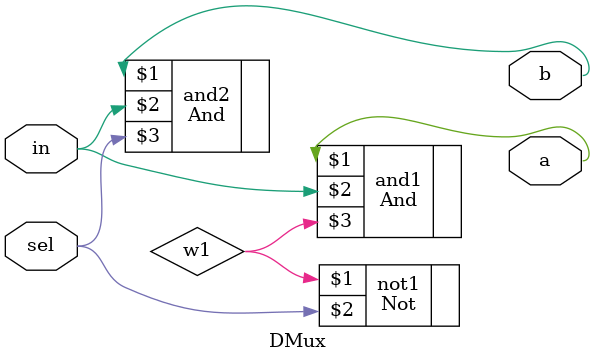
<source format=v>
module DMux(in, sel, a, b);

    input in, sel;
    output a, b;
    wire w;

    Not not1(w1, sel);
    And and1(a, in, w1);
    And and2(b, in, sel);

endmodule


</source>
